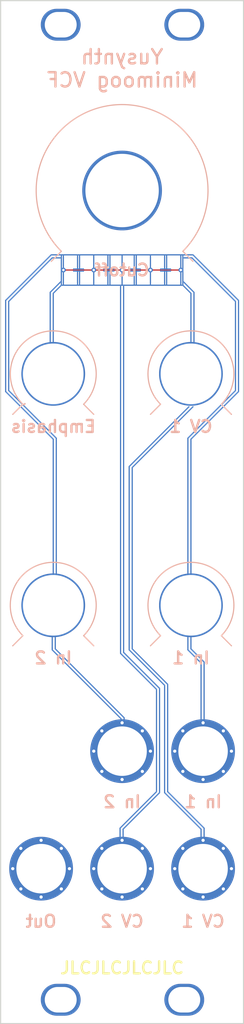
<source format=kicad_pcb>
(kicad_pcb (version 20171130) (host pcbnew 5.0.2-bee76a0~70~ubuntu18.04.1)

  (general
    (thickness 1.6)
    (drawings 7)
    (tracks 193)
    (zones 0)
    (modules 14)
    (nets 1)
  )

  (page A4)
  (layers
    (0 F.Cu signal hide)
    (31 B.Cu signal)
    (32 B.Adhes user hide)
    (33 F.Adhes user hide)
    (34 B.Paste user hide)
    (35 F.Paste user hide)
    (36 B.SilkS user)
    (37 F.SilkS user)
    (38 B.Mask user hide)
    (39 F.Mask user hide)
    (40 Dwgs.User user hide)
    (41 Cmts.User user hide)
    (42 Eco1.User user hide)
    (43 Eco2.User user hide)
    (44 Edge.Cuts user)
    (45 Margin user hide)
    (46 B.CrtYd user hide)
    (47 F.CrtYd user hide)
    (48 B.Fab user hide)
    (49 F.Fab user hide)
  )

  (setup
    (last_trace_width 0.1524)
    (user_trace_width 0.1524)
    (user_trace_width 0.4572)
    (trace_clearance 0.127)
    (zone_clearance 0.254)
    (zone_45_only no)
    (trace_min 0.1524)
    (segment_width 0.2)
    (edge_width 0.15)
    (via_size 0.6)
    (via_drill 0.3)
    (via_min_size 0.4)
    (via_min_drill 0.3)
    (user_via 0.6 0.4)
    (user_via 0.8 0.6)
    (uvia_size 0.3)
    (uvia_drill 0.1)
    (uvias_allowed no)
    (uvia_min_size 0.2)
    (uvia_min_drill 0.1)
    (pcb_text_width 0.3)
    (pcb_text_size 1.5 1.5)
    (mod_edge_width 0.15)
    (mod_text_size 1 1)
    (mod_text_width 0.15)
    (pad_size 1.524 1.524)
    (pad_drill 0.762)
    (pad_to_mask_clearance 0.2)
    (solder_mask_min_width 0.25)
    (aux_axis_origin 0 0)
    (visible_elements FEFFB66F)
    (pcbplotparams
      (layerselection 0x010f0_ffffffff)
      (usegerberextensions false)
      (usegerberattributes false)
      (usegerberadvancedattributes false)
      (creategerberjobfile false)
      (excludeedgelayer true)
      (linewidth 0.100000)
      (plotframeref true)
      (viasonmask false)
      (mode 1)
      (useauxorigin false)
      (hpglpennumber 1)
      (hpglpenspeed 20)
      (hpglpendiameter 15.000000)
      (psnegative false)
      (psa4output false)
      (plotreference true)
      (plotvalue true)
      (plotinvisibletext false)
      (padsonsilk false)
      (subtractmaskfromsilk false)
      (outputformat 1)
      (mirror false)
      (drillshape 0)
      (scaleselection 1)
      (outputdirectory "grbr_panel/"))
  )

  (net 0 "")

  (net_class Default "This is the default net class."
    (clearance 0.127)
    (trace_width 0.1524)
    (via_dia 0.6)
    (via_drill 0.3)
    (uvia_dia 0.3)
    (uvia_drill 0.1)
  )

  (net_class Power ""
    (clearance 0.127)
    (trace_width 0.4572)
    (via_dia 0.6)
    (via_drill 0.3)
    (uvia_dia 0.3)
    (uvia_drill 0.1)
  )

  (module PanelMounting:M3ScrewHole_SlightlyWider (layer F.Cu) (tedit 5CD13E71) (tstamp 5CDE26C2)
    (at 147.5 23.218)
    (fp_text reference REF** (at 0 5.08) (layer F.SilkS) hide
      (effects (font (size 1 1) (thickness 0.15)))
    )
    (fp_text value M3ScrewHole_SlightlyWider (at 0 -5.08) (layer F.Fab) hide
      (effects (font (size 1 1) (thickness 0.15)))
    )
    (pad 1 thru_hole oval (at 0 0) (size 5 4) (drill oval 4 3.2) (layers *.Cu *.Mask))
  )

  (module PanelMounting:M3ScrewHole_SlightlyWider (layer F.Cu) (tedit 5CD13E71) (tstamp 5CDE26B6)
    (at 132 23.218)
    (fp_text reference REF** (at 0 5.08) (layer F.SilkS) hide
      (effects (font (size 1 1) (thickness 0.15)))
    )
    (fp_text value M3ScrewHole_SlightlyWider (at 0 -5.08) (layer F.Fab) hide
      (effects (font (size 1 1) (thickness 0.15)))
    )
    (pad 1 thru_hole oval (at 0 0) (size 5 4) (drill oval 4 3.2) (layers *.Cu *.Mask))
  )

  (module PanelMounting:M3ScrewHole_SlightlyWider (layer F.Cu) (tedit 5CD13E71) (tstamp 5CDE26AA)
    (at 147.5 145.468)
    (fp_text reference REF** (at 0 5.08) (layer F.SilkS) hide
      (effects (font (size 1 1) (thickness 0.15)))
    )
    (fp_text value M3ScrewHole_SlightlyWider (at 0 -5.08) (layer F.Fab) hide
      (effects (font (size 1 1) (thickness 0.15)))
    )
    (pad 1 thru_hole oval (at 0 0) (size 5 4) (drill oval 4 3.2) (layers *.Cu *.Mask))
  )

  (module PanelMounting:M3ScrewHole_SlightlyWider (layer F.Cu) (tedit 5CD13E71) (tstamp 5CDE269E)
    (at 132 145.468)
    (fp_text reference REF** (at 0 5.08) (layer F.SilkS) hide
      (effects (font (size 1 1) (thickness 0.15)))
    )
    (fp_text value M3ScrewHole_SlightlyWider (at 0 -5.08) (layer F.Fab) hide
      (effects (font (size 1 1) (thickness 0.15)))
    )
    (pad 1 thru_hole oval (at 0 0) (size 5 4) (drill oval 4 3.2) (layers *.Cu *.Mask))
  )

  (module PanelMounting:JackMounting_3.5mm (layer B.Cu) (tedit 5CDB57AE) (tstamp 5CDDBCFA)
    (at 139.7 114.3 180)
    (fp_text reference "In 2" (at 0 -6.35 180) (layer B.SilkS)
      (effects (font (size 1.5 1.5) (thickness 0.3)) (justify mirror))
    )
    (fp_text value JackMounting_3.5mm (at 0 5.08 180) (layer B.Fab)
      (effects (font (size 1 1) (thickness 0.15)) (justify mirror))
    )
    (pad 1 thru_hole circle (at 0 0 180) (size 8 8) (drill 6.2) (layers *.Cu *.Mask))
    (pad "" thru_hole circle (at 3.556 0 180) (size 0.6 0.6) (drill 0.4) (layers *.Cu *.Mask))
    (pad "" thru_hole circle (at -3.556 0 180) (size 0.6 0.6) (drill 0.4) (layers *.Cu *.Mask))
    (pad "" thru_hole circle (at 0 3.556 180) (size 0.6 0.6) (drill 0.4) (layers *.Cu *.Mask))
    (pad "" thru_hole circle (at 0 -3.556 180) (size 0.6 0.6) (drill 0.4) (layers *.Cu *.Mask))
    (pad "" thru_hole circle (at 2.54 -2.54 180) (size 0.6 0.6) (drill 0.4) (layers *.Cu *.Mask))
    (pad "" thru_hole circle (at -2.54 -2.54 180) (size 0.6 0.6) (drill 0.4) (layers *.Cu *.Mask))
    (pad "" thru_hole circle (at -2.54 2.54 180) (size 0.6 0.6) (drill 0.4) (layers *.Cu *.Mask))
    (pad "" thru_hole circle (at 2.54 2.54 180) (size 0.6 0.6) (drill 0.4) (layers *.Cu *.Mask))
  )

  (module PanelMounting:JackMounting_3.5mm (layer B.Cu) (tedit 5CD13642) (tstamp 5CDD91A6)
    (at 149.86 114.3 180)
    (fp_text reference "In 1" (at 0 -6.35 180) (layer B.SilkS)
      (effects (font (size 1.5 1.5) (thickness 0.3)) (justify mirror))
    )
    (fp_text value JackMounting_3.5mm (at 0 5.08 180) (layer B.Fab)
      (effects (font (size 1 1) (thickness 0.15)) (justify mirror))
    )
    (pad "" thru_hole circle (at 2.54 2.54 180) (size 0.6 0.6) (drill 0.4) (layers *.Cu *.Mask))
    (pad "" thru_hole circle (at -2.54 2.54 180) (size 0.6 0.6) (drill 0.4) (layers *.Cu *.Mask))
    (pad "" thru_hole circle (at -2.54 -2.54 180) (size 0.6 0.6) (drill 0.4) (layers *.Cu *.Mask))
    (pad "" thru_hole circle (at 2.54 -2.54 180) (size 0.6 0.6) (drill 0.4) (layers *.Cu *.Mask))
    (pad "" thru_hole circle (at 0 -3.556 180) (size 0.6 0.6) (drill 0.4) (layers *.Cu *.Mask))
    (pad "" thru_hole circle (at 0 3.556 180) (size 0.6 0.6) (drill 0.4) (layers *.Cu *.Mask))
    (pad "" thru_hole circle (at -3.556 0 180) (size 0.6 0.6) (drill 0.4) (layers *.Cu *.Mask))
    (pad "" thru_hole circle (at 3.556 0 180) (size 0.6 0.6) (drill 0.4) (layers *.Cu *.Mask))
    (pad 1 thru_hole circle (at 0 0 180) (size 8 8) (drill 6.2) (layers *.Cu *.Mask))
  )

  (module PanelMounting:PotentiometerMounting_7mm (layer B.Cu) (tedit 5CD135C3) (tstamp 5CDE1147)
    (at 148.336 66.9925 180)
    (fp_text reference "CV 1" (at 0 -6.604 180) (layer B.SilkS)
      (effects (font (size 1.5 1.5) (thickness 0.3)) (justify mirror))
    )
    (fp_text value PotentiometerMounting_7mm (at 0 6.35 180) (layer B.Fab)
      (effects (font (size 1 1) (thickness 0.15)) (justify mirror))
    )
    (fp_arc (start 0 0) (end 3.81 -3.81) (angle 270) (layer B.SilkS) (width 0.15))
    (fp_line (start 3.81 -3.81) (end 5.08 -5.08) (layer B.SilkS) (width 0.15))
    (fp_line (start -3.81 -3.81) (end -5.08 -5.08) (layer B.SilkS) (width 0.15))
    (pad 1 thru_hole circle (at 0 0 180) (size 8 8) (drill 7.6) (layers *.Cu *.Mask))
  )

  (module PanelMounting:PotentiometerMounting_7mm (layer B.Cu) (tedit 5CD135BD) (tstamp 5CDE1114)
    (at 131.064 66.9925 180)
    (fp_text reference Emphasis (at 0 -6.604 180) (layer B.SilkS)
      (effects (font (size 1.5 1.5) (thickness 0.3)) (justify mirror))
    )
    (fp_text value PotentiometerMounting_7mm (at 0 6.35 180) (layer B.Fab)
      (effects (font (size 1 1) (thickness 0.15)) (justify mirror))
    )
    (fp_arc (start 0 0) (end 3.81 -3.81) (angle 270) (layer B.SilkS) (width 0.15))
    (fp_line (start 3.81 -3.81) (end 5.08 -5.08) (layer B.SilkS) (width 0.15))
    (fp_line (start -3.81 -3.81) (end -5.08 -5.08) (layer B.SilkS) (width 0.15))
    (pad 1 thru_hole circle (at 0 0 180) (size 8 8) (drill 7.6) (layers *.Cu *.Mask))
  )

  (module PanelMounting:PotentiometerMounting_7mm (layer B.Cu) (tedit 5CD13692) (tstamp 5CDDEC9E)
    (at 148.336 96.012 180)
    (fp_text reference "In 1" (at 0 -6.604 180) (layer B.SilkS)
      (effects (font (size 1.5 1.5) (thickness 0.3)) (justify mirror))
    )
    (fp_text value PotentiometerMounting_7mm (at 0 6.35 180) (layer B.Fab)
      (effects (font (size 1 1) (thickness 0.15)) (justify mirror))
    )
    (fp_line (start -3.81 -3.81) (end -5.08 -5.08) (layer B.SilkS) (width 0.15))
    (fp_line (start 3.81 -3.81) (end 5.08 -5.08) (layer B.SilkS) (width 0.15))
    (fp_arc (start 0 0) (end 3.81 -3.81) (angle 270) (layer B.SilkS) (width 0.15))
    (pad 1 thru_hole circle (at 0 0 180) (size 8 8) (drill 7.6) (layers *.Cu *.Mask))
  )

  (module PanelMounting:JackMounting_3.5mm (layer B.Cu) (tedit 5CD13567) (tstamp 5CDD8E2E)
    (at 139.7 129.032 180)
    (fp_text reference "CV 2" (at 0 -6.604 180) (layer B.SilkS)
      (effects (font (size 1.5 1.5) (thickness 0.3)) (justify mirror))
    )
    (fp_text value JackMounting_3.5mm (at 0 5.08 180) (layer B.Fab)
      (effects (font (size 1 1) (thickness 0.15)) (justify mirror))
    )
    (pad "" thru_hole circle (at 2.54 2.54 180) (size 0.6 0.6) (drill 0.4) (layers *.Cu *.Mask))
    (pad "" thru_hole circle (at -2.54 2.54 180) (size 0.6 0.6) (drill 0.4) (layers *.Cu *.Mask))
    (pad "" thru_hole circle (at -2.54 -2.54 180) (size 0.6 0.6) (drill 0.4) (layers *.Cu *.Mask))
    (pad "" thru_hole circle (at 2.54 -2.54 180) (size 0.6 0.6) (drill 0.4) (layers *.Cu *.Mask))
    (pad "" thru_hole circle (at 0 -3.556 180) (size 0.6 0.6) (drill 0.4) (layers *.Cu *.Mask))
    (pad "" thru_hole circle (at 0 3.556 180) (size 0.6 0.6) (drill 0.4) (layers *.Cu *.Mask))
    (pad "" thru_hole circle (at -3.556 0 180) (size 0.6 0.6) (drill 0.4) (layers *.Cu *.Mask))
    (pad "" thru_hole circle (at 3.556 0 180) (size 0.6 0.6) (drill 0.4) (layers *.Cu *.Mask))
    (pad 1 thru_hole circle (at 0 0 180) (size 8 8) (drill 6.2) (layers *.Cu *.Mask))
  )

  (module PanelMounting:JackMounting_3.5mm (layer B.Cu) (tedit 5CD13671) (tstamp 5CDD8E2E)
    (at 129.54 129.032 180)
    (fp_text reference Out (at 0 -6.604 180) (layer B.SilkS)
      (effects (font (size 1.5 1.5) (thickness 0.3)) (justify mirror))
    )
    (fp_text value JackMounting_3.5mm (at 0 5.08 180) (layer B.Fab)
      (effects (font (size 1 1) (thickness 0.15)) (justify mirror))
    )
    (pad "" thru_hole circle (at 2.54 2.54 180) (size 0.6 0.6) (drill 0.4) (layers *.Cu *.Mask))
    (pad "" thru_hole circle (at -2.54 2.54 180) (size 0.6 0.6) (drill 0.4) (layers *.Cu *.Mask))
    (pad "" thru_hole circle (at -2.54 -2.54 180) (size 0.6 0.6) (drill 0.4) (layers *.Cu *.Mask))
    (pad "" thru_hole circle (at 2.54 -2.54 180) (size 0.6 0.6) (drill 0.4) (layers *.Cu *.Mask))
    (pad "" thru_hole circle (at 0 -3.556 180) (size 0.6 0.6) (drill 0.4) (layers *.Cu *.Mask))
    (pad "" thru_hole circle (at 0 3.556 180) (size 0.6 0.6) (drill 0.4) (layers *.Cu *.Mask))
    (pad "" thru_hole circle (at -3.556 0 180) (size 0.6 0.6) (drill 0.4) (layers *.Cu *.Mask))
    (pad "" thru_hole circle (at 3.556 0 180) (size 0.6 0.6) (drill 0.4) (layers *.Cu *.Mask))
    (pad 1 thru_hole circle (at 0 0 180) (size 8 8) (drill 6.2) (layers *.Cu *.Mask))
  )

  (module PanelMounting:JackMounting_3.5mm (layer B.Cu) (tedit 5CD13555) (tstamp 5CDD8E05)
    (at 149.86 129.032 180)
    (fp_text reference "CV 1" (at 0 -6.604 180) (layer B.SilkS)
      (effects (font (size 1.5 1.5) (thickness 0.3)) (justify mirror))
    )
    (fp_text value JackMounting_3.5mm (at 0 5.08 180) (layer B.Fab)
      (effects (font (size 1 1) (thickness 0.15)) (justify mirror))
    )
    (pad 1 thru_hole circle (at 0 0 180) (size 8 8) (drill 6.2) (layers *.Cu *.Mask))
    (pad "" thru_hole circle (at 3.556 0 180) (size 0.6 0.6) (drill 0.4) (layers *.Cu *.Mask))
    (pad "" thru_hole circle (at -3.556 0 180) (size 0.6 0.6) (drill 0.4) (layers *.Cu *.Mask))
    (pad "" thru_hole circle (at 0 3.556 180) (size 0.6 0.6) (drill 0.4) (layers *.Cu *.Mask))
    (pad "" thru_hole circle (at 0 -3.556 180) (size 0.6 0.6) (drill 0.4) (layers *.Cu *.Mask))
    (pad "" thru_hole circle (at 2.54 -2.54 180) (size 0.6 0.6) (drill 0.4) (layers *.Cu *.Mask))
    (pad "" thru_hole circle (at -2.54 -2.54 180) (size 0.6 0.6) (drill 0.4) (layers *.Cu *.Mask))
    (pad "" thru_hole circle (at -2.54 2.54 180) (size 0.6 0.6) (drill 0.4) (layers *.Cu *.Mask))
    (pad "" thru_hole circle (at 2.54 2.54 180) (size 0.6 0.6) (drill 0.4) (layers *.Cu *.Mask))
  )

  (module PanelMounting:PotentiometerMounting_7mm (layer B.Cu) (tedit 5CD13698) (tstamp 5CDD8F9F)
    (at 131.064 96.012 180)
    (fp_text reference "In 2" (at 0 -6.604 180) (layer B.SilkS)
      (effects (font (size 1.5 1.5) (thickness 0.3)) (justify mirror))
    )
    (fp_text value PotentiometerMounting_7mm (at 0 6.35 180) (layer B.Fab)
      (effects (font (size 1 1) (thickness 0.15)) (justify mirror))
    )
    (fp_arc (start 0 0) (end 3.81 -3.81) (angle 270) (layer B.SilkS) (width 0.15))
    (fp_line (start 3.81 -3.81) (end 5.08 -5.08) (layer B.SilkS) (width 0.15))
    (fp_line (start -3.81 -3.81) (end -5.08 -5.08) (layer B.SilkS) (width 0.15))
    (pad 1 thru_hole circle (at 0 0 180) (size 8 8) (drill 7.6) (layers *.Cu *.Mask))
  )

  (module PanelMounting:PotentiometerMounting_9mm (layer B.Cu) (tedit 5CD13970) (tstamp 5CDE2123)
    (at 139.7 44.0055 180)
    (fp_text reference Cutoff (at 0 -9.9695 180) (layer B.SilkS)
      (effects (font (size 1.5 1.5) (thickness 0.3)) (justify mirror))
    )
    (fp_text value PotentiometerMounting_9mm (at 0 12.7 180) (layer B.Fab)
      (effects (font (size 1 1) (thickness 0.15)) (justify mirror))
    )
    (fp_arc (start 0 0) (end 7.619999 -7.619999) (angle 270) (layer B.SilkS) (width 0.15))
    (fp_line (start 7.62 -7.62) (end 8.89 -8.89) (layer B.SilkS) (width 0.15))
    (fp_line (start -7.62 -7.62) (end -8.89 -8.89) (layer B.SilkS) (width 0.15))
    (pad 1 thru_hole circle (at 0 0 180) (size 10 10) (drill 9.2) (layers *.Cu *.Mask))
  )

  (gr_text JLCJLCJLCJLC (at 139.7 141.478) (layer F.SilkS) (tstamp 5CDE26CE)
    (effects (font (size 1.5 1.5) (thickness 0.3)))
  )
  (gr_line (start 127.508 70.739) (end 127.381 70.866) (layer B.SilkS) (width 0.2))
  (gr_text "Yusynth\nMinimoog VCF" (at 139.7 28.702) (layer B.SilkS) (tstamp 5CDE2538)
    (effects (font (size 1.8 1.8) (thickness 0.3)) (justify mirror))
  )
  (gr_line (start 154.94 148.463) (end 154.94 20.193) (layer Edge.Cuts) (width 0.15) (tstamp 5CDE26D7))
  (gr_line (start 154.94 20.193) (end 124.46 20.193) (layer Edge.Cuts) (width 0.15) (tstamp 5CDE26D4))
  (gr_line (start 124.46 148.463) (end 154.94 148.463) (layer Edge.Cuts) (width 0.15) (tstamp 5CDE26D1))
  (gr_line (start 124.46 20.193) (end 124.46 148.463) (layer Edge.Cuts) (width 0.15) (tstamp 5CDE26CB))

  (segment (start 148.336 60.452) (end 148.336 56.896) (width 0.1524) (layer B.Cu) (net 0))
  (segment (start 148.336 56.896) (end 147.32 55.88) (width 0.1524) (layer B.Cu) (net 0))
  (segment (start 146.812 52.07) (end 143.51 52.07) (width 0.1524) (layer B.Cu) (net 0))
  (segment (start 146.812 55.88) (end 143.51 55.88) (width 0.1524) (layer B.Cu) (net 0))
  (segment (start 139.954 55.88) (end 143.002 55.88) (width 0.1524) (layer B.Cu) (net 0))
  (segment (start 139.7 55.88) (end 139.954 55.88) (width 0.1524) (layer B.Cu) (net 0))
  (segment (start 139.446 55.88) (end 139.7 55.88) (width 0.1524) (layer B.Cu) (net 0))
  (segment (start 139.446 52.07) (end 136.398 52.07) (width 0.1524) (layer B.Cu) (net 0))
  (segment (start 139.7 52.07) (end 139.446 52.07) (width 0.1524) (layer B.Cu) (net 0))
  (segment (start 134.366 52.07) (end 134.366 53.848) (width 0.1524) (layer B.Cu) (net 0))
  (segment (start 134.874 53.848) (end 134.366 53.848) (width 0.1524) (layer B.Cu) (net 0))
  (segment (start 135.89 52.07) (end 134.366 52.07) (width 0.1524) (layer B.Cu) (net 0))
  (segment (start 134.112 53.848) (end 134.112 52.07) (width 0.1524) (layer B.Cu) (net 0))
  (segment (start 134.112 53.848) (end 133.604 53.848) (width 0.1524) (layer B.Cu) (net 0))
  (segment (start 134.366 53.848) (end 134.112 53.848) (width 0.1524) (layer B.Cu) (net 0))
  (segment (start 134.366 54.102) (end 134.366 55.88) (width 0.1524) (layer B.Cu) (net 0))
  (segment (start 134.366 54.102) (end 134.874 54.102) (width 0.1524) (layer B.Cu) (net 0))
  (segment (start 134.112 54.102) (end 134.366 54.102) (width 0.1524) (layer B.Cu) (net 0))
  (segment (start 133.604 54.102) (end 134.112 54.102) (width 0.1524) (layer B.Cu) (net 0))
  (segment (start 134.112 55.88) (end 134.366 55.88) (width 0.1524) (layer B.Cu) (net 0))
  (segment (start 134.112 55.88) (end 134.112 54.102) (width 0.1524) (layer B.Cu) (net 0))
  (segment (start 132.588 55.88) (end 134.112 55.88) (width 0.1524) (layer B.Cu) (net 0))
  (segment (start 145.034 54.102) (end 145.288 54.102) (width 0.1524) (layer B.Cu) (net 0) (tstamp 5CB8322D))
  (segment (start 145.034 55.88) (end 145.288 55.88) (width 0.1524) (layer B.Cu) (net 0) (tstamp 5CB8322E))
  (segment (start 145.796 53.848) (end 145.288 53.848) (width 0.1524) (layer B.Cu) (net 0) (tstamp 5CB8322F))
  (segment (start 145.288 54.102) (end 145.288 55.88) (width 0.1524) (layer B.Cu) (net 0) (tstamp 5CB83230))
  (segment (start 145.034 55.88) (end 145.034 54.102) (width 0.1524) (layer B.Cu) (net 0) (tstamp 5CB83231))
  (segment (start 145.288 52.07) (end 145.288 53.848) (width 0.1524) (layer B.Cu) (net 0) (tstamp 5CB83232))
  (segment (start 145.288 53.848) (end 145.034 53.848) (width 0.1524) (layer B.Cu) (net 0) (tstamp 5CB83233))
  (segment (start 144.526 54.102) (end 145.034 54.102) (width 0.1524) (layer B.Cu) (net 0) (tstamp 5CB83234))
  (segment (start 145.034 53.848) (end 144.526 53.848) (width 0.1524) (layer B.Cu) (net 0) (tstamp 5CB83235))
  (segment (start 145.034 53.848) (end 145.034 52.07) (width 0.1524) (layer B.Cu) (net 0) (tstamp 5CB83236))
  (segment (start 145.288 54.102) (end 145.796 54.102) (width 0.1524) (layer B.Cu) (net 0) (tstamp 5CB83237))
  (segment (start 139.7 55.88) (end 139.7 53.975) (width 0.1524) (layer B.Cu) (net 0))
  (segment (start 137.922 54.102) (end 138.176 54.102) (width 0.1524) (layer B.Cu) (net 0) (tstamp 5CB8322D))
  (segment (start 137.922 55.88) (end 138.176 55.88) (width 0.1524) (layer B.Cu) (net 0) (tstamp 5CB8322E))
  (segment (start 138.684 53.848) (end 138.176 53.848) (width 0.1524) (layer B.Cu) (net 0) (tstamp 5CB8322F))
  (segment (start 138.176 54.102) (end 138.176 55.88) (width 0.1524) (layer B.Cu) (net 0) (tstamp 5CB83230))
  (segment (start 137.922 55.88) (end 137.922 54.102) (width 0.1524) (layer B.Cu) (net 0) (tstamp 5CB83231))
  (segment (start 138.176 52.07) (end 138.176 53.848) (width 0.1524) (layer B.Cu) (net 0) (tstamp 5CB83232))
  (segment (start 138.176 53.848) (end 137.922 53.848) (width 0.1524) (layer B.Cu) (net 0) (tstamp 5CB83233))
  (segment (start 137.414 54.102) (end 137.922 54.102) (width 0.1524) (layer B.Cu) (net 0) (tstamp 5CB83234))
  (segment (start 137.922 53.848) (end 137.414 53.848) (width 0.1524) (layer B.Cu) (net 0) (tstamp 5CB83235))
  (segment (start 137.922 53.848) (end 137.922 52.07) (width 0.1524) (layer B.Cu) (net 0) (tstamp 5CB83236))
  (segment (start 138.176 54.102) (end 138.684 54.102) (width 0.1524) (layer B.Cu) (net 0) (tstamp 5CB83237))
  (segment (start 141.224 54.102) (end 141.478 54.102) (width 0.1524) (layer B.Cu) (net 0) (tstamp 5CB8322D))
  (segment (start 141.224 55.88) (end 141.478 55.88) (width 0.1524) (layer B.Cu) (net 0) (tstamp 5CB8322E))
  (segment (start 141.986 53.848) (end 141.478 53.848) (width 0.1524) (layer B.Cu) (net 0) (tstamp 5CB8322F))
  (segment (start 141.478 54.102) (end 141.478 55.88) (width 0.1524) (layer B.Cu) (net 0) (tstamp 5CB83230))
  (segment (start 141.224 55.88) (end 141.224 54.102) (width 0.1524) (layer B.Cu) (net 0) (tstamp 5CB83231))
  (segment (start 141.478 52.07) (end 141.478 53.848) (width 0.1524) (layer B.Cu) (net 0) (tstamp 5CB83232))
  (segment (start 141.478 53.848) (end 141.224 53.848) (width 0.1524) (layer B.Cu) (net 0) (tstamp 5CB83233))
  (segment (start 140.716 54.102) (end 141.224 54.102) (width 0.1524) (layer B.Cu) (net 0) (tstamp 5CB83234))
  (segment (start 141.224 53.848) (end 140.716 53.848) (width 0.1524) (layer B.Cu) (net 0) (tstamp 5CB83235))
  (segment (start 141.224 53.848) (end 141.224 52.07) (width 0.1524) (layer B.Cu) (net 0) (tstamp 5CB83236))
  (segment (start 141.478 54.102) (end 141.986 54.102) (width 0.1524) (layer B.Cu) (net 0) (tstamp 5CB83237))
  (segment (start 136.144 55.88) (end 136.144 53.975) (width 0.1524) (layer B.Cu) (net 0))
  (segment (start 136.398 52.07) (end 136.144 52.07) (width 0.1524) (layer B.Cu) (net 0))
  (segment (start 136.144 55.88) (end 136.398 55.88) (width 0.1524) (layer B.Cu) (net 0))
  (segment (start 136.144 52.07) (end 135.89 52.07) (width 0.1524) (layer B.Cu) (net 0))
  (segment (start 134.366 55.88) (end 136.144 55.88) (width 0.1524) (layer B.Cu) (net 0))
  (segment (start 143.256 55.88) (end 143.256 53.975) (width 0.1524) (layer B.Cu) (net 0))
  (segment (start 143.256 52.07) (end 139.7 52.07) (width 0.1524) (layer B.Cu) (net 0))
  (segment (start 143.51 52.07) (end 143.256 52.07) (width 0.1524) (layer B.Cu) (net 0))
  (segment (start 143.256 55.88) (end 143.51 55.88) (width 0.1524) (layer B.Cu) (net 0))
  (segment (start 143.002 55.88) (end 143.256 55.88) (width 0.1524) (layer B.Cu) (net 0))
  (segment (start 147.066 55.88) (end 147.066 53.975) (width 0.1524) (layer B.Cu) (net 0))
  (segment (start 147.066 52.07) (end 146.812 52.07) (width 0.1524) (layer B.Cu) (net 0))
  (segment (start 147.32 52.07) (end 147.066 52.07) (width 0.1524) (layer B.Cu) (net 0))
  (segment (start 147.066 55.88) (end 146.812 55.88) (width 0.1524) (layer B.Cu) (net 0))
  (segment (start 147.32 55.88) (end 147.066 55.88) (width 0.1524) (layer B.Cu) (net 0))
  (segment (start 132.334 52.07) (end 132.08 52.07) (width 0.1524) (layer B.Cu) (net 0))
  (segment (start 132.334 55.88) (end 132.588 55.88) (width 0.1524) (layer B.Cu) (net 0))
  (segment (start 134.366 52.07) (end 132.334 52.07) (width 0.1524) (layer B.Cu) (net 0))
  (segment (start 132.08 55.88) (end 132.334 55.88) (width 0.1524) (layer B.Cu) (net 0))
  (segment (start 147.32 52.451) (end 147.32 52.07) (width 0.1524) (layer B.Cu) (net 0))
  (segment (start 139.319 55.88) (end 139.446 55.88) (width 0.1524) (layer B.Cu) (net 0))
  (segment (start 136.398 55.88) (end 139.319 55.88) (width 0.1524) (layer B.Cu) (net 0))
  (segment (start 132.334 55.88) (end 132.334 53.975) (width 0.1524) (layer B.Cu) (net 0))
  (segment (start 132.334 52.451) (end 132.334 52.07) (width 0.1524) (layer B.Cu) (net 0))
  (segment (start 132.08 52.07) (end 132.08 52.451) (width 0.1524) (layer B.Cu) (net 0))
  (segment (start 132.08 52.451) (end 132.08 55.372) (width 0.1524) (layer B.Cu) (net 0))
  (segment (start 132.08 55.372) (end 132.08 55.88) (width 0.1524) (layer B.Cu) (net 0))
  (segment (start 147.32 55.88) (end 147.32 55.372) (width 0.1524) (layer B.Cu) (net 0))
  (segment (start 147.32 55.372) (end 147.32 52.451) (width 0.1524) (layer B.Cu) (net 0))
  (segment (start 139.8905 101.9175) (end 140.208 102.235) (width 0.1524) (layer B.Cu) (net 0))
  (segment (start 139.8905 101.473) (end 139.8905 101.9175) (width 0.1524) (layer B.Cu) (net 0))
  (segment (start 139.954 101.981) (end 140.208 102.235) (width 0.1524) (layer B.Cu) (net 0))
  (segment (start 139.8905 101.473) (end 139.8905 55.88) (width 0.1524) (layer B.Cu) (net 0))
  (segment (start 139.5095 102.0445) (end 139.5095 55.88) (width 0.1524) (layer B.Cu) (net 0))
  (segment (start 144.018 106.553) (end 139.5095 102.0445) (width 0.1524) (layer B.Cu) (net 0))
  (segment (start 144.018 119.38) (end 144.018 106.553) (width 0.1524) (layer B.Cu) (net 0))
  (segment (start 139.446 123.952) (end 144.018 119.38) (width 0.1524) (layer B.Cu) (net 0))
  (segment (start 139.7 53.975) (end 139.7 52.07) (width 0.1524) (layer B.Cu) (net 0) (tstamp 5CBE47C5))
  (via (at 139.7 53.975) (size 0.6) (drill 0.3) (layers F.Cu B.Cu) (net 0))
  (segment (start 136.144 53.975) (end 136.144 52.07) (width 0.1524) (layer B.Cu) (net 0) (tstamp 5CBE47C7))
  (via (at 136.144 53.975) (size 0.6) (drill 0.3) (layers F.Cu B.Cu) (net 0))
  (segment (start 143.256 53.975) (end 143.256 52.07) (width 0.1524) (layer B.Cu) (net 0) (tstamp 5CBE47C9))
  (via (at 143.256 53.975) (size 0.6) (drill 0.3) (layers F.Cu B.Cu) (net 0))
  (segment (start 132.334 53.975) (end 132.334 52.451) (width 0.1524) (layer B.Cu) (net 0) (tstamp 5CBE47CB))
  (via (at 132.334 53.975) (size 0.6) (drill 0.3) (layers F.Cu B.Cu) (net 0))
  (segment (start 147.066 53.975) (end 147.066 52.07) (width 0.1524) (layer B.Cu) (net 0) (tstamp 5CBE47CD))
  (via (at 147.066 53.975) (size 0.6) (drill 0.3) (layers F.Cu B.Cu) (net 0))
  (segment (start 147.066 53.975) (end 143.256 53.975) (width 0.1524) (layer F.Cu) (net 0))
  (segment (start 143.256 53.975) (end 140.462 53.975) (width 0.1524) (layer F.Cu) (net 0))
  (segment (start 140.462 53.975) (end 139.7 53.975) (width 0.1524) (layer F.Cu) (net 0))
  (segment (start 139.7 53.975) (end 137.16 53.975) (width 0.1524) (layer F.Cu) (net 0))
  (segment (start 137.16 53.975) (end 136.144 53.975) (width 0.1524) (layer F.Cu) (net 0))
  (segment (start 136.144 53.975) (end 135.719736 53.975) (width 0.1524) (layer F.Cu) (net 0))
  (segment (start 135.719736 53.975) (end 132.334 53.975) (width 0.1524) (layer F.Cu) (net 0))
  (segment (start 125.476 57.912) (end 125.476 69.088) (width 0.1524) (layer B.Cu) (net 0))
  (segment (start 130.937 52.451) (end 125.476 57.912) (width 0.1524) (layer B.Cu) (net 0))
  (segment (start 132.08 52.451) (end 130.937 52.451) (width 0.1524) (layer B.Cu) (net 0))
  (segment (start 130.937 74.549) (end 131.064 74.676) (width 0.1524) (layer B.Cu) (net 0))
  (segment (start 125.476 69.088) (end 130.937 74.549) (width 0.1524) (layer B.Cu) (net 0))
  (segment (start 148.717 66.675) (end 148.336 67.056) (width 0.1524) (layer B.Cu) (net 0))
  (segment (start 147.32 55.372) (end 148.717 56.769) (width 0.1524) (layer B.Cu) (net 0))
  (segment (start 148.717 56.769) (end 148.717 66.675) (width 0.1524) (layer B.Cu) (net 0))
  (segment (start 148.336 60.452) (end 148.336 67.056) (width 0.1524) (layer B.Cu) (net 0))
  (segment (start 131.064 60.452) (end 131.064 67.056) (width 0.1524) (layer B.Cu) (net 0))
  (segment (start 132.08 55.88) (end 131.064 56.896) (width 0.1524) (layer B.Cu) (net 0))
  (segment (start 131.064 56.896) (end 131.064 60.452) (width 0.1524) (layer B.Cu) (net 0))
  (segment (start 130.683 66.675) (end 131.064 67.056) (width 0.1524) (layer B.Cu) (net 0))
  (segment (start 132.08 55.372) (end 130.683 56.769) (width 0.1524) (layer B.Cu) (net 0))
  (segment (start 130.683 56.769) (end 130.683 66.675) (width 0.1524) (layer B.Cu) (net 0))
  (segment (start 148.336 75.184) (end 148.336 88.9) (width 0.1524) (layer B.Cu) (net 0))
  (segment (start 154.305 57.785) (end 154.305 69.215) (width 0.1524) (layer B.Cu) (net 0))
  (segment (start 154.305 69.215) (end 148.336 75.184) (width 0.1524) (layer B.Cu) (net 0))
  (segment (start 147.32 52.07) (end 148.59 52.07) (width 0.1524) (layer B.Cu) (net 0))
  (segment (start 148.59 52.07) (end 154.305 57.785) (width 0.1524) (layer B.Cu) (net 0))
  (segment (start 147.955 95.631) (end 148.336 96.012) (width 0.1524) (layer B.Cu) (net 0))
  (segment (start 153.924 57.912) (end 153.924 69.088) (width 0.1524) (layer B.Cu) (net 0))
  (segment (start 153.924 69.088) (end 147.955 75.057) (width 0.1524) (layer B.Cu) (net 0))
  (segment (start 147.32 52.451) (end 148.463 52.451) (width 0.1524) (layer B.Cu) (net 0))
  (segment (start 148.463 52.451) (end 153.924 57.912) (width 0.1524) (layer B.Cu) (net 0))
  (segment (start 131.445 95.631) (end 131.064 96.012) (width 0.1524) (layer B.Cu) (net 0))
  (segment (start 130.937 74.549) (end 131.445 75.057) (width 0.1524) (layer B.Cu) (net 0))
  (segment (start 131.064 89.408) (end 131.064 96.012) (width 0.1524) (layer B.Cu) (net 0))
  (segment (start 131.064 75.184) (end 131.064 89.408) (width 0.1524) (layer B.Cu) (net 0))
  (segment (start 125.095 57.785) (end 125.095 69.215) (width 0.1524) (layer B.Cu) (net 0))
  (segment (start 125.095 69.215) (end 131.064 75.184) (width 0.1524) (layer B.Cu) (net 0))
  (segment (start 132.08 52.07) (end 130.81 52.07) (width 0.1524) (layer B.Cu) (net 0))
  (segment (start 130.81 52.07) (end 125.095 57.785) (width 0.1524) (layer B.Cu) (net 0))
  (segment (start 130.81 96.266) (end 131.064 96.012) (width 0.1524) (layer B.Cu) (net 0))
  (segment (start 131.445 89.789) (end 131.445 95.631) (width 0.1524) (layer B.Cu) (net 0))
  (segment (start 131.445 75.057) (end 131.445 89.789) (width 0.1524) (layer B.Cu) (net 0))
  (segment (start 139.954 114.3) (end 139.7 114.554) (width 0.1524) (layer B.Cu) (net 0))
  (segment (start 139.7 109.855) (end 139.954 110.109) (width 0.1524) (layer B.Cu) (net 0))
  (segment (start 139.954 110.109) (end 139.954 114.3) (width 0.1524) (layer B.Cu) (net 0))
  (segment (start 131.064 96.012) (end 131.318 96.266) (width 0.1524) (layer B.Cu) (net 0))
  (segment (start 131.318 101.473) (end 131.445 101.6) (width 0.1524) (layer B.Cu) (net 0))
  (segment (start 131.318 96.266) (end 131.318 101.473) (width 0.1524) (layer B.Cu) (net 0))
  (segment (start 131.445 101.6) (end 139.7 109.855) (width 0.1524) (layer B.Cu) (net 0))
  (segment (start 130.937 101.346) (end 130.937 101.6) (width 0.1524) (layer B.Cu) (net 0))
  (segment (start 130.937 101.346) (end 130.937 101.473) (width 0.1524) (layer B.Cu) (net 0))
  (segment (start 130.937 101.6) (end 139.573 110.236) (width 0.1524) (layer B.Cu) (net 0))
  (segment (start 139.573 114.427) (end 139.7 114.554) (width 0.1524) (layer B.Cu) (net 0))
  (segment (start 139.573 110.236) (end 139.573 114.427) (width 0.1524) (layer B.Cu) (net 0))
  (segment (start 147.955 91.694) (end 147.955 95.631) (width 0.1524) (layer B.Cu) (net 0))
  (segment (start 147.955 75.057) (end 147.955 91.694) (width 0.1524) (layer B.Cu) (net 0))
  (segment (start 148.336 91.694) (end 148.336 96.012) (width 0.1524) (layer B.Cu) (net 0))
  (segment (start 148.336 88.9) (end 148.336 91.694) (width 0.1524) (layer B.Cu) (net 0))
  (segment (start 147.955 91.694) (end 147.955 101.6) (width 0.1524) (layer B.Cu) (net 0))
  (segment (start 149.606 114.3) (end 149.86 114.554) (width 0.1524) (layer B.Cu) (net 0))
  (segment (start 149.606 103.251) (end 149.606 114.3) (width 0.1524) (layer B.Cu) (net 0))
  (segment (start 147.955 101.6) (end 149.606 103.251) (width 0.1524) (layer B.Cu) (net 0))
  (segment (start 149.987 114.427) (end 149.86 114.554) (width 0.1524) (layer B.Cu) (net 0))
  (segment (start 149.987 103.124) (end 149.987 114.427) (width 0.1524) (layer B.Cu) (net 0))
  (segment (start 148.336 91.694) (end 148.336 101.473) (width 0.1524) (layer B.Cu) (net 0))
  (segment (start 139.446 128.778) (end 139.7 129.032) (width 0.1524) (layer B.Cu) (net 0))
  (segment (start 139.446 123.952) (end 139.446 128.778) (width 0.1524) (layer B.Cu) (net 0))
  (segment (start 149.987 128.905) (end 149.86 129.032) (width 0.1524) (layer B.Cu) (net 0))
  (segment (start 140.97 78.74) (end 140.97 101.473) (width 0.1524) (layer B.Cu) (net 0))
  (segment (start 145.415 119.38) (end 149.987 123.952) (width 0.1524) (layer B.Cu) (net 0))
  (segment (start 148.59 71.12) (end 140.97 78.74) (width 0.1524) (layer B.Cu) (net 0))
  (segment (start 140.97 101.473) (end 145.415 105.918) (width 0.1524) (layer B.Cu) (net 0))
  (segment (start 149.987 123.952) (end 149.987 128.905) (width 0.1524) (layer B.Cu) (net 0))
  (segment (start 145.415 105.918) (end 145.415 119.38) (width 0.1524) (layer B.Cu) (net 0))
  (segment (start 149.606 128.778) (end 149.86 129.032) (width 0.1524) (layer B.Cu) (net 0))
  (segment (start 140.589 78.613) (end 140.589 101.6) (width 0.1524) (layer B.Cu) (net 0))
  (segment (start 140.589 101.6) (end 145.034 106.045) (width 0.1524) (layer B.Cu) (net 0))
  (segment (start 145.034 106.045) (end 145.034 119.507) (width 0.1524) (layer B.Cu) (net 0))
  (segment (start 148.082 71.12) (end 140.589 78.613) (width 0.1524) (layer B.Cu) (net 0))
  (segment (start 145.034 119.507) (end 149.606 124.079) (width 0.1524) (layer B.Cu) (net 0))
  (segment (start 149.606 124.079) (end 149.606 128.778) (width 0.1524) (layer B.Cu) (net 0))
  (segment (start 139.827 128.905) (end 139.7 129.032) (width 0.1524) (layer B.Cu) (net 0))
  (segment (start 140.208 102.235) (end 144.399 106.426) (width 0.1524) (layer B.Cu) (net 0))
  (segment (start 139.827 124.079) (end 139.827 128.905) (width 0.1524) (layer B.Cu) (net 0))
  (segment (start 144.399 119.507) (end 139.827 124.079) (width 0.1524) (layer B.Cu) (net 0))
  (segment (start 144.399 106.426) (end 144.399 119.507) (width 0.1524) (layer B.Cu) (net 0))
  (segment (start 130.937 96.012) (end 131.064 95.885) (width 0.1524) (layer B.Cu) (net 0))
  (segment (start 130.937 101.346) (end 130.937 96.012) (width 0.1524) (layer B.Cu) (net 0))
  (segment (start 148.336 101.473) (end 149.987 103.124) (width 0.1524) (layer B.Cu) (net 0))

)

</source>
